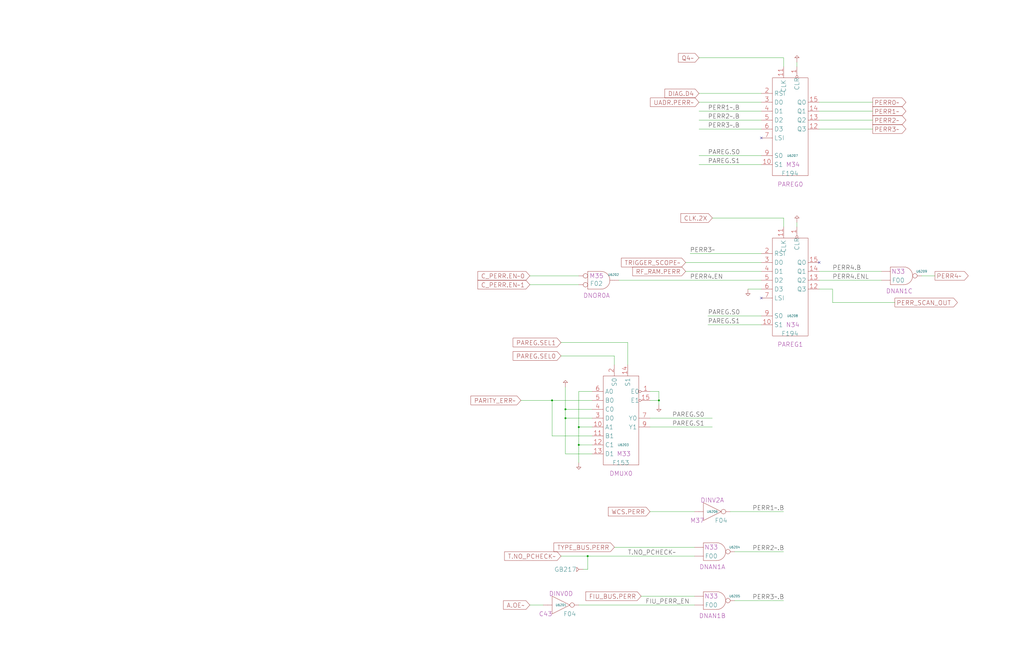
<source format=kicad_sch>
(kicad_sch (version 20230121) (generator eeschema)
  (paper "User" 584.2 378.46)
  (title_block (title "DIAGNOSTIC PROCESSOR\\nPULLUPS & PARITY REGISTER") (date "15-MAR-90") (rev "1.0") (comment 1 "TYPE") (comment 2 "232-003062") (comment 3 "S400") (comment 4 "RELEASED"))
  (lib_symbols
    (symbol "r1000:F00" (pin_numbers hide) (pin_names hide)
      (property "Reference" "U" (at 15.24 0 0))
      (property "Value" "F00" (at 1.905 -5.08 0))
      (property "Location" "___" (at 1.905 0 0))
      (property "Name" "______" (at 2.54 -12.7 0))
      (symbol "F00_0_1"
        (polyline (pts (xy -2.54 -7.62) (xy 5.08 -7.62)) (stroke (width 0.1524)))
        (polyline (pts (xy -2.54 2.54) (xy -2.54 -7.62)) (stroke (width 0.1524)))
        (polyline (pts (xy -2.54 2.54) (xy 5.08 2.54)) (stroke (width 0.1524)))
        (arc (start 5.08 -7.62) (mid 10.1282 -2.54) (end 5.08 2.54) (stroke (width 0.1524)))
        (circle (center 11.43 -2.54) (radius 1.27) (stroke (width 0.1524)))
      )
      (symbol "F00_0_2"
        (circle (center -3.81 -5.08) (radius 1.27) (stroke (width 0.1524)))
        (circle (center -3.81 0) (radius 1.27) (stroke (width 0.1524)))
        (arc (start -3.175 -7.62) (mid -2.134 -2.54) (end -3.175 2.54) (stroke (width 0.1524)))
        (polyline (pts (xy -3.175 -7.62) (xy 3.81 -7.62)) (stroke (width 0.1524)))
        (polyline (pts (xy -3.175 2.54) (xy 3.81 2.54)) (stroke (width 0.1524)))
        (arc (start 3.81 -7.62) (mid 7.5855 -5.8306) (end 10.16 -2.54) (stroke (width 0.1524)))
        (arc (start 10.16 -2.54) (mid 7.5827 0.7471) (end 3.81 2.54) (stroke (width 0.1524)))
      )
      (symbol "F00_1_1"
        (pin input line (at -7.62 0 0) (length 5.08) (name "D0") (number "1"))
        (pin input line (at -7.62 -5.08 0) (length 5.08) (name "D1") (number "2"))
        (pin output line (at 15.24 -2.54 180) (length 2.54) (name "Q") (number "3"))
      )
      (symbol "F00_1_2"
        (pin input line (at -7.62 0 0) (length 2.54) (name "D0") (number "1"))
        (pin input line (at -7.62 -5.08 0) (length 2.54) (name "D1") (number "2"))
        (pin output line (at 15.24 -2.54 180) (length 5.08) (name "Q") (number "3"))
      )
    )
    (symbol "r1000:F02" (pin_numbers hide) (pin_names hide)
      (property "Reference" "U" (at 12.16 0.635 0))
      (property "Value" "F02" (at -1.27 -4.445 0))
      (property "Location" "___" (at 2.54 0 0))
      (property "Name" "______" (at 2.54 -12.7 0))
      (symbol "F02_0_1"
        (arc (start -3.81 -7.62) (mid -2.9847 -2.54) (end -3.81 2.54) (stroke (width 0.1524)))
        (polyline (pts (xy -5.08 -5.08) (xy -3.175 -5.08)) (stroke (width 0.1524)))
        (polyline (pts (xy -5.08 0) (xy -3.175 0)) (stroke (width 0.1524)))
        (polyline (pts (xy -3.81 -7.62) (xy 2.54 -7.62)) (stroke (width 0.1524)))
        (polyline (pts (xy -3.81 2.54) (xy 2.54 2.54)) (stroke (width 0.1524)))
        (polyline (pts (xy 13.97 -2.54) (xy 12.7 -2.54)) (stroke (width 0.1524)))
        (arc (start 2.54 -7.62) (mid 6.9515 -5.9823) (end 10.16 -2.54) (stroke (width 0.1524)))
        (arc (start 10.16 -2.54) (mid 6.9478 0.8966) (end 2.54 2.54) (stroke (width 0.1524)))
        (circle (center 11.43 -2.54) (radius 1.27) (stroke (width 0.1524)))
      )
      (symbol "F02_0_2"
        (circle (center -3.81 -5.08) (radius 1.27) (stroke (width 0.1524)))
        (circle (center -3.81 0) (radius 1.27) (stroke (width 0.1524)))
        (polyline (pts (xy -2.54 -7.62) (xy 5.08 -7.62)) (stroke (width 0.1524)))
        (polyline (pts (xy -2.54 2.54) (xy -2.54 -7.62)) (stroke (width 0.1524)))
        (polyline (pts (xy -2.54 2.54) (xy 5.08 2.54)) (stroke (width 0.1524)))
        (polyline (pts (xy 11.43 -2.54) (xy 10.16 -2.54)) (stroke (width 0.1524)))
        (polyline (pts (xy 11.43 -2.54) (xy 12.7 -2.54)) (stroke (width 0.1524)))
        (arc (start 5.08 -7.62) (mid 10.1282 -2.54) (end 5.08 2.54) (stroke (width 0.1524)))
      )
      (symbol "F02_1_1"
        (pin input line (at -7.62 0 0) (length 2.54) (name "D0") (number "1"))
        (pin input line (at -7.62 -5.08 0) (length 2.54) (name "D1") (number "2"))
        (pin output line (at 15.24 -2.54 180) (length 1.27) (name "Q") (number "3"))
      )
      (symbol "F02_1_2"
        (pin input line (at -7.62 0 0) (length 2.54) (name "D0") (number "1"))
        (pin input line (at -7.62 -5.08 0) (length 2.54) (name "D1") (number "2"))
        (pin output line (at 15.24 -2.54 180) (length 2.54) (name "Q") (number "3"))
      )
    )
    (symbol "r1000:F04" (pin_numbers hide) (pin_names hide)
      (property "Reference" "U" (at 0 0 0))
      (property "Value" "F04" (at 1.27 -5.08 0))
      (property "Location" "___" (at -12.7 -5.08 0))
      (property "Name" "______" (at 0 5.08 0))
      (symbol "F04_0_1"
        (polyline (pts (xy -7.62 0) (xy -5.08 0)) (stroke (width 0.1524)))
        (polyline (pts (xy -5.08 5.08) (xy -5.08 -5.08)) (stroke (width 0.1524)))
        (polyline (pts (xy 5.08 0) (xy -5.08 -5.08)) (stroke (width 0.1524)))
        (polyline (pts (xy 5.08 0) (xy -5.08 5.08)) (stroke (width 0.1524)))
        (circle (center 6.35 0) (radius 1.27) (stroke (width 0.1524)))
      )
      (symbol "F04_1_1"
        (pin input line (at -10.16 0 0) (length 2.54) (name "D0") (number "1"))
        (pin output line (at 10.16 0 180) (length 2.54) (name "Q") (number "2"))
      )
    )
    (symbol "r1000:F153" (pin_names (offset 1.016))
      (property "Reference" "U" (at 2.54 5.08 0))
      (property "Value" "F153" (at -3.81 -5.08 0))
      (property "Location" "___" (at -1.27 0 0))
      (property "Name" "______" (at 1.27 -12.7 0))
      (symbol "F153_1_1"
        (rectangle (start -8.89 44.45) (end 11.43 -6.35))
        (circle (center 12.065 30.48) (radius 0.635))
        (circle (center 12.065 35.56) (radius 0.635))
        (pin input line (at 17.78 35.56 180) (length 5.08) (name "E0") (number "1"))
        (pin input line (at -15.24 15.24 0) (length 6.35) (name "A1") (number "10"))
        (pin input line (at -15.24 10.16 0) (length 6.35) (name "B1") (number "11"))
        (pin input line (at -15.24 5.08 0) (length 6.35) (name "C1") (number "12"))
        (pin input line (at -15.24 0 0) (length 6.35) (name "D1") (number "13"))
        (pin input line (at 5.08 50.8 270) (length 6.35) (name "S1") (number "14"))
        (pin input line (at 17.78 30.48 180) (length 5.08) (name "E1") (number "15"))
        (pin input line (at -2.54 50.8 270) (length 6.35) (name "S0") (number "2"))
        (pin input line (at -15.24 20.32 0) (length 6.35) (name "D0") (number "3"))
        (pin input line (at -15.24 25.4 0) (length 6.35) (name "C0") (number "4"))
        (pin input line (at -15.24 30.48 0) (length 6.35) (name "B0") (number "5"))
        (pin input line (at -15.24 35.56 0) (length 6.35) (name "A0") (number "6"))
        (pin output line (at 17.78 20.32 180) (length 6.35) (name "Y0") (number "7"))
        (pin output line (at 17.78 15.24 180) (length 6.35) (name "Y1") (number "9"))
      )
    )
    (symbol "r1000:F194" (pin_names (offset 1.016))
      (property "Reference" "U" (at 2.54 5.08 0))
      (property "Value" "F194" (at -3.81 -5.08 0))
      (property "Location" "___" (at -1.27 0 0))
      (property "Name" "______" (at 1.27 -12.7 0))
      (symbol "F194_1_1"
        (rectangle (start -8.89 49.53) (end 11.43 -6.35))
        (circle (center 5.08 50.165) (radius 0.635))
        (pin input line (at 5.08 55.88 270) (length 5.08) (name "CLR") (number "1"))
        (pin input line (at -15.24 0 0) (length 6.35) (name "S1") (number "10"))
        (pin input line (at -2.54 55.88 270) (length 6.35) (name "CLK") (number "11"))
        (pin output line (at 17.78 20.32 180) (length 6.35) (name "Q3") (number "12"))
        (pin output line (at 17.78 25.4 180) (length 6.35) (name "Q2") (number "13"))
        (pin output line (at 17.78 30.48 180) (length 6.35) (name "Q1") (number "14"))
        (pin output line (at 17.78 35.56 180) (length 6.35) (name "Q0") (number "15"))
        (pin input line (at -15.24 40.64 0) (length 6.35) (name "RSI") (number "2"))
        (pin input line (at -15.24 35.56 0) (length 6.35) (name "D0") (number "3"))
        (pin input line (at -15.24 30.48 0) (length 6.35) (name "D1") (number "4"))
        (pin input line (at -15.24 25.4 0) (length 6.35) (name "D2") (number "5"))
        (pin input line (at -15.24 20.32 0) (length 6.35) (name "D3") (number "6"))
        (pin input line (at -15.24 15.24 0) (length 6.35) (name "LSI") (number "7"))
        (pin input line (at -15.24 5.08 0) (length 6.35) (name "S0") (number "9"))
      )
    )
    (symbol "r1000:GB" (pin_numbers hide) (pin_names (offset 0) hide)
      (property "Reference" "GB" (at 3.81 0 0))
      (symbol "GB_0_1"
        (polyline (pts (xy 2.54 0) (xy 3.81 1.27) (xy 3.81 -1.27) (xy 2.54 0)) (stroke (width 0.1524)))
      )
      (symbol "GB_1_1"
        (pin bidirectional line (at 0 0 0) (length 2.54) (name "") (number "1"))
      )
    )
    (symbol "r1000:PD" (power) (pin_numbers hide) (pin_names hide) (in_bom no)
      (symbol "PD_0_1"
        (polyline (pts (xy 0 -2.54) (xy 1.27 -2.54) (xy 0 -3.81) (xy -1.27 -2.54) (xy 0 -2.54)) (stroke (width 0.1524)))
      )
      (symbol "PD_1_1"
        (pin power_in line (at 0 0 270) (length 2.54) (name "PD") (number "1"))
      )
    )
    (symbol "r1000:PU" (power) (pin_numbers hide) (pin_names hide)
      (symbol "PU_0_1"
        (polyline (pts (xy 0 2.54) (xy -1.27 2.54) (xy 0 3.81) (xy 1.27 2.54) (xy 0 2.54)) (stroke (width 0.1524)))
      )
      (symbol "PU_1_1"
        (pin power_in line (at 0 0 90) (length 2.54) (name "PU") (number "1"))
      )
    )
  )
  (junction (at 330.2 243.84))
  (junction (at 335.28 317.5))
  (junction (at 330.2 254))
  (junction (at 322.58 233.68))
  (junction (at 322.58 238.76))
  (junction (at 375.92 228.6))
  (junction (at 314.96 228.6))
  (no_connect (at 434.34 170.18))
  (no_connect (at 434.34 78.74))
  (no_connect (at 467.36 149.86))
  (wire (pts (xy 403.86 180.34) (xy 434.34 180.34)))
  (wire (pts (xy 467.36 73.66) (xy 497.84 73.66)))
  (wire (pts (xy 474.98 165.1) (xy 474.98 172.72)))
  (wire (pts (xy 314.96 248.92) (xy 314.96 228.6)))
  (wire (pts (xy 398.78 73.66) (xy 434.34 73.66)))
  (wire (pts (xy 474.98 172.72) (xy 510.54 172.72)))
  (wire (pts (xy 332.74 325.12) (xy 335.28 325.12)))
  (wire (pts (xy 337.82 248.92) (xy 314.96 248.92)))
  (wire (pts (xy 302.26 157.48) (xy 330.2 157.48)))
  (wire (pts (xy 297.18 228.6) (xy 314.96 228.6)))
  (wire (pts (xy 370.84 292.1) (xy 396.24 292.1)))
  (wire (pts (xy 370.84 238.76) (xy 406.4 238.76)))
  (wire (pts (xy 322.58 238.76) (xy 337.82 238.76)))
  (wire (pts (xy 398.78 58.42) (xy 434.34 58.42)))
  (wire (pts (xy 330.2 345.44) (xy 396.24 345.44)))
  (wire (pts (xy 337.82 223.52) (xy 330.2 223.52)))
  (wire (pts (xy 330.2 243.84) (xy 330.2 254)))
  (wire (pts (xy 447.04 33.02) (xy 398.78 33.02)))
  (wire (pts (xy 398.78 63.5) (xy 434.34 63.5)))
  (wire (pts (xy 330.2 254) (xy 337.82 254)))
  (wire (pts (xy 320.04 317.5) (xy 335.28 317.5)))
  (wire (pts (xy 398.78 88.9) (xy 434.34 88.9)))
  (wire (pts (xy 375.92 223.52) (xy 375.92 228.6)))
  (wire (pts (xy 393.7 144.78) (xy 434.34 144.78)))
  (wire (pts (xy 370.84 228.6) (xy 375.92 228.6)))
  (wire (pts (xy 398.78 53.34) (xy 434.34 53.34)))
  (wire (pts (xy 314.96 228.6) (xy 337.82 228.6)))
  (wire (pts (xy 335.28 317.5) (xy 396.24 317.5)))
  (wire (pts (xy 419.1 342.9) (xy 447.04 342.9)))
  (wire (pts (xy 365.76 340.36) (xy 396.24 340.36)))
  (wire (pts (xy 467.36 58.42) (xy 497.84 58.42)))
  (wire (pts (xy 322.58 233.68) (xy 322.58 220.98)))
  (wire (pts (xy 525.78 157.48) (xy 533.4 157.48)))
  (wire (pts (xy 467.36 68.58) (xy 497.84 68.58)))
  (wire (pts (xy 322.58 238.76) (xy 322.58 233.68)))
  (wire (pts (xy 370.84 243.84) (xy 406.4 243.84)))
  (wire (pts (xy 320.04 203.2) (xy 350.52 203.2)))
  (wire (pts (xy 447.04 124.46) (xy 406.4 124.46)))
  (wire (pts (xy 447.04 38.1) (xy 447.04 33.02)))
  (wire (pts (xy 353.06 160.02) (xy 434.34 160.02)))
  (wire (pts (xy 302.26 162.56) (xy 330.2 162.56)))
  (wire (pts (xy 398.78 68.58) (xy 434.34 68.58)))
  (wire (pts (xy 467.36 160.02) (xy 502.92 160.02)))
  (wire (pts (xy 330.2 223.52) (xy 330.2 243.84)))
  (wire (pts (xy 358.14 208.28) (xy 358.14 195.58)))
  (wire (pts (xy 454.66 127) (xy 454.66 129.54)))
  (wire (pts (xy 391.16 154.94) (xy 434.34 154.94)))
  (wire (pts (xy 426.72 165.1) (xy 434.34 165.1)))
  (wire (pts (xy 416.56 292.1) (xy 447.04 292.1)))
  (wire (pts (xy 419.1 314.96) (xy 447.04 314.96)))
  (wire (pts (xy 467.36 63.5) (xy 497.84 63.5)))
  (wire (pts (xy 322.58 259.08) (xy 322.58 238.76)))
  (wire (pts (xy 447.04 129.54) (xy 447.04 124.46)))
  (wire (pts (xy 375.92 228.6) (xy 375.92 231.14)))
  (wire (pts (xy 467.36 154.94) (xy 502.92 154.94)))
  (wire (pts (xy 358.14 195.58) (xy 320.04 195.58)))
  (wire (pts (xy 467.36 165.1) (xy 474.98 165.1)))
  (wire (pts (xy 398.78 93.98) (xy 434.34 93.98)))
  (wire (pts (xy 370.84 223.52) (xy 375.92 223.52)))
  (wire (pts (xy 391.16 149.86) (xy 434.34 149.86)))
  (wire (pts (xy 337.82 259.08) (xy 322.58 259.08)))
  (wire (pts (xy 350.52 208.28) (xy 350.52 203.2)))
  (wire (pts (xy 302.26 345.44) (xy 309.88 345.44)))
  (wire (pts (xy 454.66 35.56) (xy 454.66 38.1)))
  (wire (pts (xy 403.86 185.42) (xy 434.34 185.42)))
  (wire (pts (xy 330.2 254) (xy 330.2 264.16)))
  (wire (pts (xy 335.28 317.5) (xy 335.28 325.12)))
  (wire (pts (xy 350.52 312.42) (xy 396.24 312.42)))
  (wire (pts (xy 322.58 233.68) (xy 337.82 233.68)))
  (wire (pts (xy 330.2 243.84) (xy 337.82 243.84)))
  (label "PERR2~.B" (at 403.86 68.58 0) (effects (font (size 2.54 2.54))))
  (label "PAREG.S1" (at 403.86 185.42 0) (effects (font (size 2.54 2.54))))
  (label "PAREG.S0" (at 383.54 238.76 0) (effects (font (size 2.54 2.54))))
  (label "PERR3~" (at 393.7 144.78 0) (effects (font (size 2.54 2.54))))
  (label "PERR4.EN" (at 393.7 160.02 0) (effects (font (size 2.54 2.54))))
  (label "PERR3~.B" (at 429.26 342.9 0) (effects (font (size 2.54 2.54))))
  (label "T.NO_PCHECK~" (at 358.14 317.5 0) (effects (font (size 2.54 2.54))))
  (label "PAREG.S1" (at 403.86 93.98 0) (effects (font (size 2.54 2.54))))
  (label "PAREG.S0" (at 403.86 180.34 0) (effects (font (size 2.54 2.54))))
  (label "PERR3~.B" (at 403.86 73.66 0) (effects (font (size 2.54 2.54))))
  (label "PAREG.S1" (at 383.54 243.84 0) (effects (font (size 2.54 2.54))))
  (label "PERR2~.B" (at 429.26 314.96 0) (effects (font (size 2.54 2.54))))
  (label "FIU_PERR_EN" (at 368.3 345.44 0) (effects (font (size 2.54 2.54))))
  (label "PERR4.B" (at 474.98 154.94 0) (effects (font (size 2.54 2.54))))
  (label "PERR4.ENL" (at 474.98 160.02 0) (effects (font (size 2.54 2.54))))
  (label "PERR1~.B" (at 403.86 63.5 0) (effects (font (size 2.54 2.54))))
  (label "PERR1~.B" (at 429.26 292.1 0) (effects (font (size 2.54 2.54))))
  (label "PAREG.S0" (at 403.86 88.9 0) (effects (font (size 2.54 2.54))))
  (global_label "UADR.PERR~" (shape input) (at 398.78 58.42 180) (effects (font (size 2.54 2.54))) (property "Intersheetrefs" "${INTERSHEET_REFS}" (at 371.2845 58.2613 0) (effects (font (size 1.905 1.905)) (justify right))))
  (global_label "WCS.PERR" (shape input) (at 370.84 292.1 180) (effects (font (size 2.54 2.54))) (property "Intersheetrefs" "${INTERSHEET_REFS}" (at 347.215 291.9413 0) (effects (font (size 1.905 1.905)) (justify right))))
  (global_label "TRIGGER_SCOPE~" (shape input) (at 391.16 149.86 180) (effects (font (size 2.54 2.54))) (property "Intersheetrefs" "${INTERSHEET_REFS}" (at 354.5235 149.7013 0) (effects (font (size 1.905 1.905)) (justify right))))
  (global_label "PERR0~" (shape output) (at 497.84 58.42 0) (effects (font (size 2.54 2.54))) (property "Intersheetrefs" "${INTERSHEET_REFS}" (at 516.6269 58.2613 0) (effects (font (size 1.905 1.905)) (justify left))))
  (global_label "PAREG.SEL0" (shape input) (at 320.04 203.2 180) (effects (font (size 2.54 2.54))) (property "Intersheetrefs" "${INTERSHEET_REFS}" (at 292.9074 203.0413 0) (effects (font (size 1.905 1.905)) (justify right))))
  (global_label "Q4~" (shape input) (at 398.78 33.02 180) (effects (font (size 2.54 2.54))) (property "Intersheetrefs" "${INTERSHEET_REFS}" (at 381.0816 32.8613 0) (effects (font (size 1.905 1.905)) (justify right))))
  (global_label "PERR_SCAN_OUT" (shape output) (at 510.54 172.72 0) (effects (font (size 2.54 2.54))) (property "Intersheetrefs" "${INTERSHEET_REFS}" (at 546.0184 172.5613 0) (effects (font (size 1.905 1.905)) (justify left))))
  (global_label "PERR4~" (shape output) (at 533.4 157.48 0) (effects (font (size 2.54 2.54))) (property "Intersheetrefs" "${INTERSHEET_REFS}" (at 552.1869 157.3213 0) (effects (font (size 1.905 1.905)) (justify left))))
  (global_label "PERR3~" (shape output) (at 497.84 73.66 0) (effects (font (size 2.54 2.54))) (property "Intersheetrefs" "${INTERSHEET_REFS}" (at 516.6269 73.5013 0) (effects (font (size 1.905 1.905)) (justify left))))
  (global_label "TYPE_BUS.PERR" (shape input) (at 350.52 312.42 180) (effects (font (size 2.54 2.54))) (property "Intersheetrefs" "${INTERSHEET_REFS}" (at 316.2512 312.2613 0) (effects (font (size 1.905 1.905)) (justify right))))
  (global_label "PARITY_ERR~" (shape input) (at 297.18 228.6 180) (effects (font (size 2.54 2.54))) (property "Intersheetrefs" "${INTERSHEET_REFS}" (at 268.8378 228.4413 0) (effects (font (size 1.905 1.905)) (justify right))))
  (global_label "CLK.2X" (shape input) (at 406.4 124.46 180) (effects (font (size 2.54 2.54))) (property "Intersheetrefs" "${INTERSHEET_REFS}" (at 382.4121 124.3013 0) (effects (font (size 1.905 1.905)) (justify right))))
  (global_label "C_PERR.EN~0" (shape input) (at 302.26 157.48 180) (effects (font (size 2.54 2.54))) (property "Intersheetrefs" "${INTERSHEET_REFS}" (at 272.8293 157.3213 0) (effects (font (size 1.905 1.905)) (justify right))))
  (global_label "PERR1~" (shape output) (at 497.84 63.5 0) (effects (font (size 2.54 2.54))) (property "Intersheetrefs" "${INTERSHEET_REFS}" (at 516.6269 63.3413 0) (effects (font (size 1.905 1.905)) (justify left))))
  (global_label "T.NO_PCHECK~" (shape input) (at 320.04 317.5 180) (effects (font (size 2.54 2.54))) (property "Intersheetrefs" "${INTERSHEET_REFS}" (at 288.0693 317.3413 0) (effects (font (size 1.905 1.905)) (justify right))))
  (global_label "DIAG.D4" (shape input) (at 398.78 53.34 180) (effects (font (size 2.54 2.54))) (property "Intersheetrefs" "${INTERSHEET_REFS}" (at 379.5093 53.1813 0) (effects (font (size 1.905 1.905)) (justify right))))
  (global_label "C_PERR.EN~1" (shape input) (at 302.26 162.56 180) (effects (font (size 2.54 2.54))) (property "Intersheetrefs" "${INTERSHEET_REFS}" (at 272.8293 162.4013 0) (effects (font (size 1.905 1.905)) (justify right))))
  (global_label "A.OE~" (shape input) (at 302.26 345.44 180) (effects (font (size 2.54 2.54))) (property "Intersheetrefs" "${INTERSHEET_REFS}" (at 287.4645 345.2813 0) (effects (font (size 1.905 1.905)) (justify right))))
  (global_label "PERR2~" (shape output) (at 497.84 68.58 0) (effects (font (size 2.54 2.54))) (property "Intersheetrefs" "${INTERSHEET_REFS}" (at 516.6269 68.4213 0) (effects (font (size 1.905 1.905)) (justify left))))
  (global_label "PAREG.SEL1" (shape input) (at 320.04 195.58 180) (effects (font (size 2.54 2.54))) (property "Intersheetrefs" "${INTERSHEET_REFS}" (at 292.9074 195.4213 0) (effects (font (size 1.905 1.905)) (justify right))))
  (global_label "RF_RAM.PERR" (shape input) (at 391.16 154.94 180) (effects (font (size 2.54 2.54))) (property "Intersheetrefs" "${INTERSHEET_REFS}" (at 361.1245 154.7813 0) (effects (font (size 1.905 1.905)) (justify right))))
  (global_label "FIU_BUS.PERR" (shape input) (at 365.76 340.36 180) (effects (font (size 2.54 2.54))) (property "Intersheetrefs" "${INTERSHEET_REFS}" (at 334.394 340.2013 0) (effects (font (size 1.905 1.905)) (justify right))))
  (symbol (lib_id "r1000:F194") (at 449.58 93.98 0) (unit 1)
    (property "Reference" "U6207" (at 452.12 88.9 0))
    (property "Value" "F194" (at 445.77 99.06 0) (effects (font (size 2.54 2.54)) (justify left)))
    (property "Location" "M34" (at 448.31 93.98 0) (effects (font (size 2.54 2.54)) (justify left)))
    (property "Name" "PAREG0" (at 450.85 106.68 0) (effects (font (size 2.54 2.54)) (justify bottom)))
  )
  (symbol (lib_id "r1000:F04") (at 406.4 292.1 0) (unit 1)
    (property "Reference" "U6206" (at 406.4 292.1 0))
    (property "Value" "F04" (at 407.67 297.18 0) (effects (font (size 2.54 2.54)) (justify left)))
    (property "Location" "M37" (at 393.7 297.18 0) (effects (font (size 2.54 2.54)) (justify left)))
    (property "Name" "DINV2A" (at 406.4 287.02 0) (effects (font (size 2.54 2.54)) (justify bottom)))
  )
  (symbol (lib_id "r1000:F02") (at 337.82 157.48 0) (unit 1) (convert 2)
    (property "Reference" "U6202" (at 349.98 156.845 0))
    (property "Value" "F02" (at 336.55 161.925 0) (effects (font (size 2.54 2.54)) (justify left)))
    (property "Location" "M35" (at 340.36 157.48 0) (effects (font (size 2.54 2.54))))
    (property "Name" "DNOR0A" (at 340.36 170.18 0) (effects (font (size 2.54 2.54)) (justify bottom)))
  )
  (symbol (lib_id "r1000:F00") (at 510.54 154.94 0) (unit 1)
    (property "Reference" "U6209" (at 525.78 154.94 0))
    (property "Value" "F00" (at 512.445 160.02 0) (effects (font (size 2.54 2.54))))
    (property "Location" "N33" (at 512.445 154.94 0) (effects (font (size 2.54 2.54))))
    (property "Name" "DNAN1C" (at 513.08 167.64 0) (effects (font (size 2.54 2.54)) (justify bottom)))
  )
  (symbol (lib_id "r1000:F00") (at 403.86 312.42 0) (unit 1)
    (property "Reference" "U6204" (at 419.1 312.42 0))
    (property "Value" "F00" (at 405.765 317.5 0) (effects (font (size 2.54 2.54))))
    (property "Location" "N33" (at 405.765 312.42 0) (effects (font (size 2.54 2.54))))
    (property "Name" "DNAN1A" (at 406.4 325.12 0) (effects (font (size 2.54 2.54)) (justify bottom)))
  )
  (symbol (lib_id "r1000:PU") (at 454.66 35.56 0) (unit 1)
    (property "Reference" "#PWR06205" (effects hide))
    (property "Value" "PU" (effects hide))
  )
  (symbol (lib_id "r1000:PD") (at 375.92 231.14 0) (unit 1) (in_bom no)
    (property "Reference" "#PWR06203" (effects hide))
    (property "Value" "PD" (effects hide))
  )
  (symbol (lib_id "r1000:F04") (at 320.04 345.44 0) (unit 1)
    (property "Reference" "U6201" (at 320.04 345.44 0))
    (property "Value" "F04" (at 321.31 350.52 0) (effects (font (size 2.54 2.54)) (justify left)))
    (property "Location" "C43" (at 307.34 350.52 0) (effects (font (size 2.54 2.54)) (justify left)))
    (property "Name" "DINV0D" (at 320.04 340.36 0) (effects (font (size 2.54 2.54)) (justify bottom)))
  )
  (symbol (lib_id "r1000:PD") (at 330.2 264.16 0) (unit 1) (in_bom no)
    (property "Reference" "#PWR06202" (effects hide))
    (property "Value" "PD" (effects hide))
  )
  (symbol (lib_id "r1000:F153") (at 353.06 259.08 0) (unit 1)
    (property "Reference" "U6203" (at 355.6 254 0))
    (property "Value" "F153" (at 349.25 264.16 0) (effects (font (size 2.54 2.54)) (justify left)))
    (property "Location" "M33" (at 351.79 259.08 0) (effects (font (size 2.54 2.54)) (justify left)))
    (property "Name" "DMUX0" (at 354.33 271.78 0) (effects (font (size 2.54 2.54)) (justify bottom)))
  )
  (symbol (lib_id "r1000:GB") (at 332.74 325.12 0) (mirror y) (unit 1)
    (property "Reference" "GB217" (at 328.93 325.12 0) (effects (font (size 2.54 2.54)) (justify left)))
    (property "Value" "GB" (effects hide))
  )
  (symbol (lib_id "r1000:F194") (at 449.58 185.42 0) (unit 1)
    (property "Reference" "U6208" (at 452.12 180.34 0))
    (property "Value" "F194" (at 445.77 190.5 0) (effects (font (size 2.54 2.54)) (justify left)))
    (property "Location" "N34" (at 448.31 185.42 0) (effects (font (size 2.54 2.54)) (justify left)))
    (property "Name" "PAREG1" (at 450.85 198.12 0) (effects (font (size 2.54 2.54)) (justify bottom)))
  )
  (symbol (lib_id "r1000:PU") (at 322.58 220.98 0) (unit 1)
    (property "Reference" "#PWR06201" (effects hide))
    (property "Value" "PU" (effects hide))
  )
  (symbol (lib_id "r1000:F00") (at 403.86 340.36 0) (unit 1)
    (property "Reference" "U6205" (at 419.1 340.36 0))
    (property "Value" "F00" (at 405.765 345.44 0) (effects (font (size 2.54 2.54))))
    (property "Location" "N33" (at 405.765 340.36 0) (effects (font (size 2.54 2.54))))
    (property "Name" "DNAN1B" (at 406.4 353.06 0) (effects (font (size 2.54 2.54)) (justify bottom)))
  )
  (symbol (lib_id "r1000:PD") (at 426.72 165.1 0) (unit 1) (in_bom no)
    (property "Reference" "#PWR06204" (effects hide))
    (property "Value" "PD" (effects hide))
  )
  (symbol (lib_id "r1000:PU") (at 454.66 127 0) (unit 1)
    (property "Reference" "#PWR06206" (effects hide))
    (property "Value" "PU" (effects hide))
  )
)
</source>
